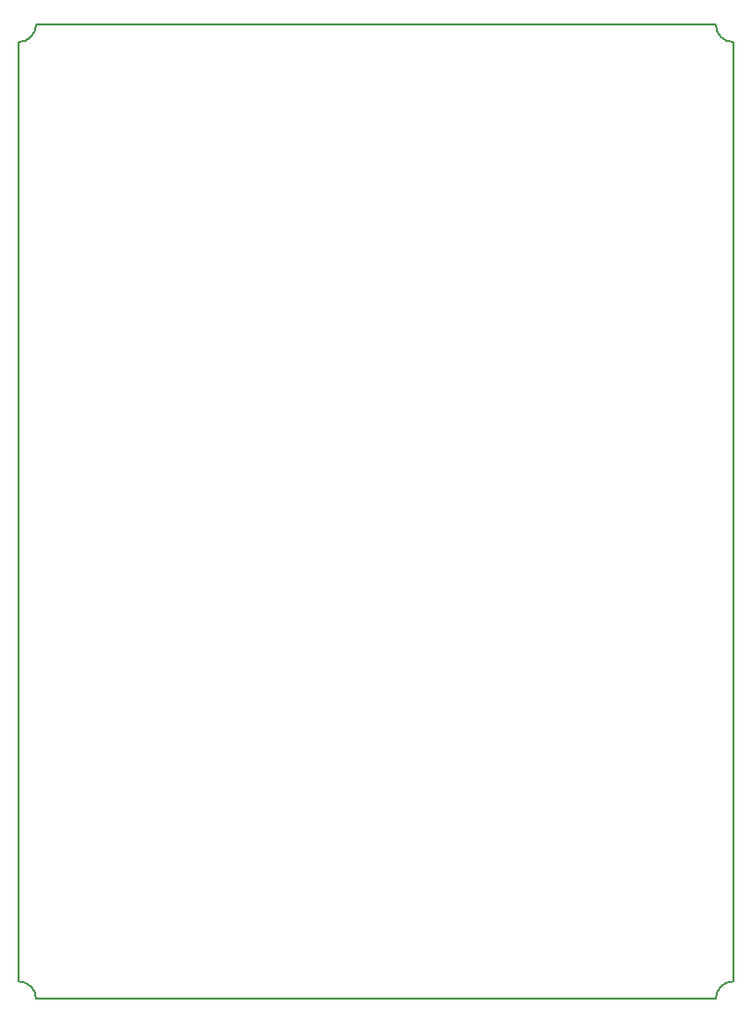
<source format=gbr>
%TF.GenerationSoftware,KiCad,Pcbnew,9.0.2*%
%TF.CreationDate,2025-07-10T16:00:19+01:00*%
%TF.ProjectId,FastStepper,46617374-5374-4657-9070-65722e6b6963,rev?*%
%TF.SameCoordinates,PX71f712cPY8e18f40*%
%TF.FileFunction,Profile,NP*%
%FSLAX46Y46*%
G04 Gerber Fmt 4.6, Leading zero omitted, Abs format (unit mm)*
G04 Created by KiCad (PCBNEW 9.0.2) date 2025-07-10 16:00:19*
%MOMM*%
%LPD*%
G01*
G04 APERTURE LIST*
%TA.AperFunction,Profile*%
%ADD10C,0.152400*%
%TD*%
%TA.AperFunction,Profile*%
%ADD11C,0.150000*%
%TD*%
G04 APERTURE END LIST*
D10*
X60423900Y0D02*
G75*
G02*
X61923900Y1500000I1500000J0D01*
G01*
X1500000Y0D02*
X60423900Y0D01*
X0Y1500000D02*
G75*
G02*
X1500000Y0I0J-1500000D01*
G01*
X1500000Y84400000D02*
G75*
G02*
X0Y82900000I-1500000J0D01*
G01*
D11*
X61923900Y1500000D02*
X61923900Y82900000D01*
D10*
X60423900Y84400000D02*
X1500000Y84400000D01*
X0Y82900000D02*
X0Y1500000D01*
X61923900Y82900000D02*
G75*
G02*
X60423900Y84400000I0J1500000D01*
G01*
M02*

</source>
